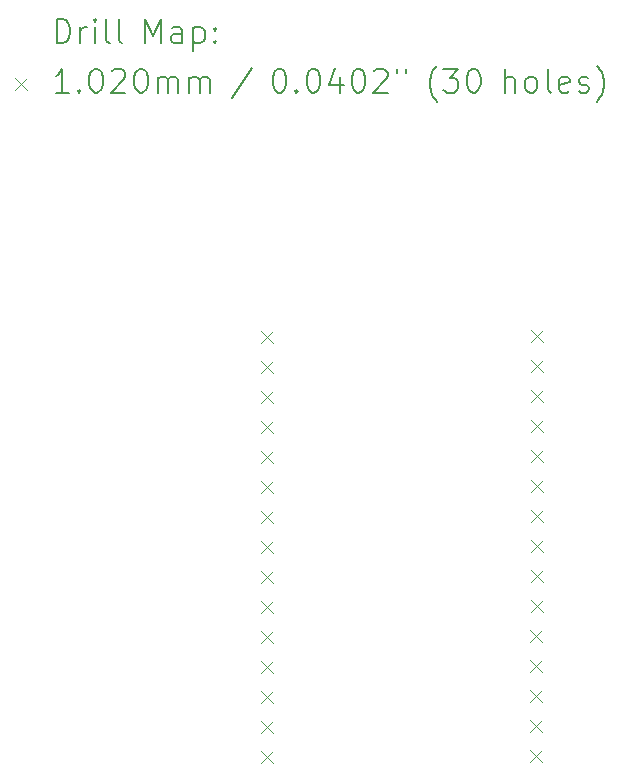
<source format=gbr>
%TF.GenerationSoftware,KiCad,Pcbnew,(7.0.0)*%
%TF.CreationDate,2023-02-19T19:08:33+01:00*%
%TF.ProjectId,Trial_ESP32,54726961-6c5f-4455-9350-33322e6b6963,rev?*%
%TF.SameCoordinates,Original*%
%TF.FileFunction,Drillmap*%
%TF.FilePolarity,Positive*%
%FSLAX45Y45*%
G04 Gerber Fmt 4.5, Leading zero omitted, Abs format (unit mm)*
G04 Created by KiCad (PCBNEW (7.0.0)) date 2023-02-19 19:08:33*
%MOMM*%
%LPD*%
G01*
G04 APERTURE LIST*
%ADD10C,0.200000*%
%ADD11C,0.102000*%
G04 APERTURE END LIST*
D10*
D11*
X1978300Y-5270300D02*
X2080300Y-5372300D01*
X2080300Y-5270300D02*
X1978300Y-5372300D01*
X1978300Y-5524300D02*
X2080300Y-5626300D01*
X2080300Y-5524300D02*
X1978300Y-5626300D01*
X1978300Y-5778300D02*
X2080300Y-5880300D01*
X2080300Y-5778300D02*
X1978300Y-5880300D01*
X1978300Y-6032300D02*
X2080300Y-6134300D01*
X2080300Y-6032300D02*
X1978300Y-6134300D01*
X1978300Y-6286300D02*
X2080300Y-6388300D01*
X2080300Y-6286300D02*
X1978300Y-6388300D01*
X1981400Y-2730700D02*
X2083400Y-2832700D01*
X2083400Y-2730700D02*
X1981400Y-2832700D01*
X1981400Y-2984700D02*
X2083400Y-3086700D01*
X2083400Y-2984700D02*
X1981400Y-3086700D01*
X1981400Y-3238700D02*
X2083400Y-3340700D01*
X2083400Y-3238700D02*
X1981400Y-3340700D01*
X1981400Y-3492700D02*
X2083400Y-3594700D01*
X2083400Y-3492700D02*
X1981400Y-3594700D01*
X1981400Y-3746700D02*
X2083400Y-3848700D01*
X2083400Y-3746700D02*
X1981400Y-3848700D01*
X1981400Y-4000700D02*
X2083400Y-4102700D01*
X2083400Y-4000700D02*
X1981400Y-4102700D01*
X1981400Y-4254700D02*
X2083400Y-4356700D01*
X2083400Y-4254700D02*
X1981400Y-4356700D01*
X1981400Y-4508700D02*
X2083400Y-4610700D01*
X2083400Y-4508700D02*
X1981400Y-4610700D01*
X1981400Y-4762700D02*
X2083400Y-4864700D01*
X2083400Y-4762700D02*
X1981400Y-4864700D01*
X1981400Y-5016700D02*
X2083400Y-5118700D01*
X2083400Y-5016700D02*
X1981400Y-5118700D01*
X4258900Y-5267600D02*
X4360900Y-5369600D01*
X4360900Y-5267600D02*
X4258900Y-5369600D01*
X4258900Y-5521600D02*
X4360900Y-5623600D01*
X4360900Y-5521600D02*
X4258900Y-5623600D01*
X4258900Y-5775600D02*
X4360900Y-5877600D01*
X4360900Y-5775600D02*
X4258900Y-5877600D01*
X4258900Y-6029600D02*
X4360900Y-6131600D01*
X4360900Y-6029600D02*
X4258900Y-6131600D01*
X4258900Y-6283600D02*
X4360900Y-6385600D01*
X4360900Y-6283600D02*
X4258900Y-6385600D01*
X4262000Y-2728000D02*
X4364000Y-2830000D01*
X4364000Y-2728000D02*
X4262000Y-2830000D01*
X4262000Y-2982000D02*
X4364000Y-3084000D01*
X4364000Y-2982000D02*
X4262000Y-3084000D01*
X4262000Y-3236000D02*
X4364000Y-3338000D01*
X4364000Y-3236000D02*
X4262000Y-3338000D01*
X4262000Y-3490000D02*
X4364000Y-3592000D01*
X4364000Y-3490000D02*
X4262000Y-3592000D01*
X4262000Y-3744000D02*
X4364000Y-3846000D01*
X4364000Y-3744000D02*
X4262000Y-3846000D01*
X4262000Y-3998000D02*
X4364000Y-4100000D01*
X4364000Y-3998000D02*
X4262000Y-4100000D01*
X4262000Y-4252000D02*
X4364000Y-4354000D01*
X4364000Y-4252000D02*
X4262000Y-4354000D01*
X4262000Y-4506000D02*
X4364000Y-4608000D01*
X4364000Y-4506000D02*
X4262000Y-4608000D01*
X4262000Y-4760000D02*
X4364000Y-4862000D01*
X4364000Y-4760000D02*
X4262000Y-4862000D01*
X4262000Y-5014000D02*
X4364000Y-5116000D01*
X4364000Y-5014000D02*
X4262000Y-5116000D01*
D10*
X247619Y-293476D02*
X247619Y-93476D01*
X247619Y-93476D02*
X295238Y-93476D01*
X295238Y-93476D02*
X323810Y-103000D01*
X323810Y-103000D02*
X342857Y-122048D01*
X342857Y-122048D02*
X352381Y-141095D01*
X352381Y-141095D02*
X361905Y-179190D01*
X361905Y-179190D02*
X361905Y-207762D01*
X361905Y-207762D02*
X352381Y-245857D01*
X352381Y-245857D02*
X342857Y-264905D01*
X342857Y-264905D02*
X323810Y-283952D01*
X323810Y-283952D02*
X295238Y-293476D01*
X295238Y-293476D02*
X247619Y-293476D01*
X447619Y-293476D02*
X447619Y-160143D01*
X447619Y-198238D02*
X457143Y-179190D01*
X457143Y-179190D02*
X466667Y-169667D01*
X466667Y-169667D02*
X485714Y-160143D01*
X485714Y-160143D02*
X504762Y-160143D01*
X571429Y-293476D02*
X571429Y-160143D01*
X571429Y-93476D02*
X561905Y-103000D01*
X561905Y-103000D02*
X571429Y-112524D01*
X571429Y-112524D02*
X580952Y-103000D01*
X580952Y-103000D02*
X571429Y-93476D01*
X571429Y-93476D02*
X571429Y-112524D01*
X695238Y-293476D02*
X676190Y-283952D01*
X676190Y-283952D02*
X666667Y-264905D01*
X666667Y-264905D02*
X666667Y-93476D01*
X800000Y-293476D02*
X780952Y-283952D01*
X780952Y-283952D02*
X771428Y-264905D01*
X771428Y-264905D02*
X771428Y-93476D01*
X996190Y-293476D02*
X996190Y-93476D01*
X996190Y-93476D02*
X1062857Y-236333D01*
X1062857Y-236333D02*
X1129524Y-93476D01*
X1129524Y-93476D02*
X1129524Y-293476D01*
X1310476Y-293476D02*
X1310476Y-188714D01*
X1310476Y-188714D02*
X1300952Y-169667D01*
X1300952Y-169667D02*
X1281905Y-160143D01*
X1281905Y-160143D02*
X1243809Y-160143D01*
X1243809Y-160143D02*
X1224762Y-169667D01*
X1310476Y-283952D02*
X1291429Y-293476D01*
X1291429Y-293476D02*
X1243809Y-293476D01*
X1243809Y-293476D02*
X1224762Y-283952D01*
X1224762Y-283952D02*
X1215238Y-264905D01*
X1215238Y-264905D02*
X1215238Y-245857D01*
X1215238Y-245857D02*
X1224762Y-226809D01*
X1224762Y-226809D02*
X1243809Y-217286D01*
X1243809Y-217286D02*
X1291429Y-217286D01*
X1291429Y-217286D02*
X1310476Y-207762D01*
X1405714Y-160143D02*
X1405714Y-360143D01*
X1405714Y-169667D02*
X1424762Y-160143D01*
X1424762Y-160143D02*
X1462857Y-160143D01*
X1462857Y-160143D02*
X1481905Y-169667D01*
X1481905Y-169667D02*
X1491428Y-179190D01*
X1491428Y-179190D02*
X1500952Y-198238D01*
X1500952Y-198238D02*
X1500952Y-255381D01*
X1500952Y-255381D02*
X1491428Y-274429D01*
X1491428Y-274429D02*
X1481905Y-283952D01*
X1481905Y-283952D02*
X1462857Y-293476D01*
X1462857Y-293476D02*
X1424762Y-293476D01*
X1424762Y-293476D02*
X1405714Y-283952D01*
X1586667Y-274429D02*
X1596190Y-283952D01*
X1596190Y-283952D02*
X1586667Y-293476D01*
X1586667Y-293476D02*
X1577143Y-283952D01*
X1577143Y-283952D02*
X1586667Y-274429D01*
X1586667Y-274429D02*
X1586667Y-293476D01*
X1586667Y-169667D02*
X1596190Y-179190D01*
X1596190Y-179190D02*
X1586667Y-188714D01*
X1586667Y-188714D02*
X1577143Y-179190D01*
X1577143Y-179190D02*
X1586667Y-169667D01*
X1586667Y-169667D02*
X1586667Y-188714D01*
D11*
X-102000Y-589000D02*
X0Y-691000D01*
X0Y-589000D02*
X-102000Y-691000D01*
D10*
X352381Y-713476D02*
X238095Y-713476D01*
X295238Y-713476D02*
X295238Y-513476D01*
X295238Y-513476D02*
X276190Y-542048D01*
X276190Y-542048D02*
X257143Y-561095D01*
X257143Y-561095D02*
X238095Y-570619D01*
X438095Y-694429D02*
X447619Y-703952D01*
X447619Y-703952D02*
X438095Y-713476D01*
X438095Y-713476D02*
X428571Y-703952D01*
X428571Y-703952D02*
X438095Y-694429D01*
X438095Y-694429D02*
X438095Y-713476D01*
X571429Y-513476D02*
X590476Y-513476D01*
X590476Y-513476D02*
X609524Y-523000D01*
X609524Y-523000D02*
X619048Y-532524D01*
X619048Y-532524D02*
X628571Y-551571D01*
X628571Y-551571D02*
X638095Y-589667D01*
X638095Y-589667D02*
X638095Y-637286D01*
X638095Y-637286D02*
X628571Y-675381D01*
X628571Y-675381D02*
X619048Y-694429D01*
X619048Y-694429D02*
X609524Y-703952D01*
X609524Y-703952D02*
X590476Y-713476D01*
X590476Y-713476D02*
X571429Y-713476D01*
X571429Y-713476D02*
X552381Y-703952D01*
X552381Y-703952D02*
X542857Y-694429D01*
X542857Y-694429D02*
X533333Y-675381D01*
X533333Y-675381D02*
X523809Y-637286D01*
X523809Y-637286D02*
X523809Y-589667D01*
X523809Y-589667D02*
X533333Y-551571D01*
X533333Y-551571D02*
X542857Y-532524D01*
X542857Y-532524D02*
X552381Y-523000D01*
X552381Y-523000D02*
X571429Y-513476D01*
X714286Y-532524D02*
X723809Y-523000D01*
X723809Y-523000D02*
X742857Y-513476D01*
X742857Y-513476D02*
X790476Y-513476D01*
X790476Y-513476D02*
X809524Y-523000D01*
X809524Y-523000D02*
X819048Y-532524D01*
X819048Y-532524D02*
X828571Y-551571D01*
X828571Y-551571D02*
X828571Y-570619D01*
X828571Y-570619D02*
X819048Y-599190D01*
X819048Y-599190D02*
X704762Y-713476D01*
X704762Y-713476D02*
X828571Y-713476D01*
X952381Y-513476D02*
X971429Y-513476D01*
X971429Y-513476D02*
X990476Y-523000D01*
X990476Y-523000D02*
X1000000Y-532524D01*
X1000000Y-532524D02*
X1009524Y-551571D01*
X1009524Y-551571D02*
X1019048Y-589667D01*
X1019048Y-589667D02*
X1019048Y-637286D01*
X1019048Y-637286D02*
X1009524Y-675381D01*
X1009524Y-675381D02*
X1000000Y-694429D01*
X1000000Y-694429D02*
X990476Y-703952D01*
X990476Y-703952D02*
X971429Y-713476D01*
X971429Y-713476D02*
X952381Y-713476D01*
X952381Y-713476D02*
X933333Y-703952D01*
X933333Y-703952D02*
X923809Y-694429D01*
X923809Y-694429D02*
X914286Y-675381D01*
X914286Y-675381D02*
X904762Y-637286D01*
X904762Y-637286D02*
X904762Y-589667D01*
X904762Y-589667D02*
X914286Y-551571D01*
X914286Y-551571D02*
X923809Y-532524D01*
X923809Y-532524D02*
X933333Y-523000D01*
X933333Y-523000D02*
X952381Y-513476D01*
X1104762Y-713476D02*
X1104762Y-580143D01*
X1104762Y-599190D02*
X1114286Y-589667D01*
X1114286Y-589667D02*
X1133333Y-580143D01*
X1133333Y-580143D02*
X1161905Y-580143D01*
X1161905Y-580143D02*
X1180952Y-589667D01*
X1180952Y-589667D02*
X1190476Y-608714D01*
X1190476Y-608714D02*
X1190476Y-713476D01*
X1190476Y-608714D02*
X1200000Y-589667D01*
X1200000Y-589667D02*
X1219048Y-580143D01*
X1219048Y-580143D02*
X1247619Y-580143D01*
X1247619Y-580143D02*
X1266667Y-589667D01*
X1266667Y-589667D02*
X1276191Y-608714D01*
X1276191Y-608714D02*
X1276191Y-713476D01*
X1371429Y-713476D02*
X1371429Y-580143D01*
X1371429Y-599190D02*
X1380952Y-589667D01*
X1380952Y-589667D02*
X1400000Y-580143D01*
X1400000Y-580143D02*
X1428571Y-580143D01*
X1428571Y-580143D02*
X1447619Y-589667D01*
X1447619Y-589667D02*
X1457143Y-608714D01*
X1457143Y-608714D02*
X1457143Y-713476D01*
X1457143Y-608714D02*
X1466667Y-589667D01*
X1466667Y-589667D02*
X1485714Y-580143D01*
X1485714Y-580143D02*
X1514286Y-580143D01*
X1514286Y-580143D02*
X1533333Y-589667D01*
X1533333Y-589667D02*
X1542857Y-608714D01*
X1542857Y-608714D02*
X1542857Y-713476D01*
X1900952Y-503952D02*
X1729524Y-761095D01*
X2125714Y-513476D02*
X2144762Y-513476D01*
X2144762Y-513476D02*
X2163810Y-523000D01*
X2163810Y-523000D02*
X2173333Y-532524D01*
X2173333Y-532524D02*
X2182857Y-551571D01*
X2182857Y-551571D02*
X2192381Y-589667D01*
X2192381Y-589667D02*
X2192381Y-637286D01*
X2192381Y-637286D02*
X2182857Y-675381D01*
X2182857Y-675381D02*
X2173333Y-694429D01*
X2173333Y-694429D02*
X2163810Y-703952D01*
X2163810Y-703952D02*
X2144762Y-713476D01*
X2144762Y-713476D02*
X2125714Y-713476D01*
X2125714Y-713476D02*
X2106667Y-703952D01*
X2106667Y-703952D02*
X2097143Y-694429D01*
X2097143Y-694429D02*
X2087619Y-675381D01*
X2087619Y-675381D02*
X2078095Y-637286D01*
X2078095Y-637286D02*
X2078095Y-589667D01*
X2078095Y-589667D02*
X2087619Y-551571D01*
X2087619Y-551571D02*
X2097143Y-532524D01*
X2097143Y-532524D02*
X2106667Y-523000D01*
X2106667Y-523000D02*
X2125714Y-513476D01*
X2278095Y-694429D02*
X2287619Y-703952D01*
X2287619Y-703952D02*
X2278095Y-713476D01*
X2278095Y-713476D02*
X2268572Y-703952D01*
X2268572Y-703952D02*
X2278095Y-694429D01*
X2278095Y-694429D02*
X2278095Y-713476D01*
X2411429Y-513476D02*
X2430476Y-513476D01*
X2430476Y-513476D02*
X2449524Y-523000D01*
X2449524Y-523000D02*
X2459048Y-532524D01*
X2459048Y-532524D02*
X2468572Y-551571D01*
X2468572Y-551571D02*
X2478095Y-589667D01*
X2478095Y-589667D02*
X2478095Y-637286D01*
X2478095Y-637286D02*
X2468572Y-675381D01*
X2468572Y-675381D02*
X2459048Y-694429D01*
X2459048Y-694429D02*
X2449524Y-703952D01*
X2449524Y-703952D02*
X2430476Y-713476D01*
X2430476Y-713476D02*
X2411429Y-713476D01*
X2411429Y-713476D02*
X2392381Y-703952D01*
X2392381Y-703952D02*
X2382857Y-694429D01*
X2382857Y-694429D02*
X2373333Y-675381D01*
X2373333Y-675381D02*
X2363810Y-637286D01*
X2363810Y-637286D02*
X2363810Y-589667D01*
X2363810Y-589667D02*
X2373333Y-551571D01*
X2373333Y-551571D02*
X2382857Y-532524D01*
X2382857Y-532524D02*
X2392381Y-523000D01*
X2392381Y-523000D02*
X2411429Y-513476D01*
X2649524Y-580143D02*
X2649524Y-713476D01*
X2601905Y-503952D02*
X2554286Y-646810D01*
X2554286Y-646810D02*
X2678095Y-646810D01*
X2792381Y-513476D02*
X2811429Y-513476D01*
X2811429Y-513476D02*
X2830476Y-523000D01*
X2830476Y-523000D02*
X2840000Y-532524D01*
X2840000Y-532524D02*
X2849524Y-551571D01*
X2849524Y-551571D02*
X2859048Y-589667D01*
X2859048Y-589667D02*
X2859048Y-637286D01*
X2859048Y-637286D02*
X2849524Y-675381D01*
X2849524Y-675381D02*
X2840000Y-694429D01*
X2840000Y-694429D02*
X2830476Y-703952D01*
X2830476Y-703952D02*
X2811429Y-713476D01*
X2811429Y-713476D02*
X2792381Y-713476D01*
X2792381Y-713476D02*
X2773333Y-703952D01*
X2773333Y-703952D02*
X2763810Y-694429D01*
X2763810Y-694429D02*
X2754286Y-675381D01*
X2754286Y-675381D02*
X2744762Y-637286D01*
X2744762Y-637286D02*
X2744762Y-589667D01*
X2744762Y-589667D02*
X2754286Y-551571D01*
X2754286Y-551571D02*
X2763810Y-532524D01*
X2763810Y-532524D02*
X2773333Y-523000D01*
X2773333Y-523000D02*
X2792381Y-513476D01*
X2935238Y-532524D02*
X2944762Y-523000D01*
X2944762Y-523000D02*
X2963810Y-513476D01*
X2963810Y-513476D02*
X3011429Y-513476D01*
X3011429Y-513476D02*
X3030476Y-523000D01*
X3030476Y-523000D02*
X3040000Y-532524D01*
X3040000Y-532524D02*
X3049524Y-551571D01*
X3049524Y-551571D02*
X3049524Y-570619D01*
X3049524Y-570619D02*
X3040000Y-599190D01*
X3040000Y-599190D02*
X2925714Y-713476D01*
X2925714Y-713476D02*
X3049524Y-713476D01*
X3125714Y-513476D02*
X3125714Y-551571D01*
X3201905Y-513476D02*
X3201905Y-551571D01*
X3464762Y-789667D02*
X3455238Y-780143D01*
X3455238Y-780143D02*
X3436191Y-751571D01*
X3436191Y-751571D02*
X3426667Y-732524D01*
X3426667Y-732524D02*
X3417143Y-703952D01*
X3417143Y-703952D02*
X3407619Y-656333D01*
X3407619Y-656333D02*
X3407619Y-618238D01*
X3407619Y-618238D02*
X3417143Y-570619D01*
X3417143Y-570619D02*
X3426667Y-542048D01*
X3426667Y-542048D02*
X3436191Y-523000D01*
X3436191Y-523000D02*
X3455238Y-494428D01*
X3455238Y-494428D02*
X3464762Y-484905D01*
X3521905Y-513476D02*
X3645714Y-513476D01*
X3645714Y-513476D02*
X3579048Y-589667D01*
X3579048Y-589667D02*
X3607619Y-589667D01*
X3607619Y-589667D02*
X3626667Y-599190D01*
X3626667Y-599190D02*
X3636191Y-608714D01*
X3636191Y-608714D02*
X3645714Y-627762D01*
X3645714Y-627762D02*
X3645714Y-675381D01*
X3645714Y-675381D02*
X3636191Y-694429D01*
X3636191Y-694429D02*
X3626667Y-703952D01*
X3626667Y-703952D02*
X3607619Y-713476D01*
X3607619Y-713476D02*
X3550476Y-713476D01*
X3550476Y-713476D02*
X3531429Y-703952D01*
X3531429Y-703952D02*
X3521905Y-694429D01*
X3769524Y-513476D02*
X3788572Y-513476D01*
X3788572Y-513476D02*
X3807619Y-523000D01*
X3807619Y-523000D02*
X3817143Y-532524D01*
X3817143Y-532524D02*
X3826667Y-551571D01*
X3826667Y-551571D02*
X3836191Y-589667D01*
X3836191Y-589667D02*
X3836191Y-637286D01*
X3836191Y-637286D02*
X3826667Y-675381D01*
X3826667Y-675381D02*
X3817143Y-694429D01*
X3817143Y-694429D02*
X3807619Y-703952D01*
X3807619Y-703952D02*
X3788572Y-713476D01*
X3788572Y-713476D02*
X3769524Y-713476D01*
X3769524Y-713476D02*
X3750476Y-703952D01*
X3750476Y-703952D02*
X3740952Y-694429D01*
X3740952Y-694429D02*
X3731429Y-675381D01*
X3731429Y-675381D02*
X3721905Y-637286D01*
X3721905Y-637286D02*
X3721905Y-589667D01*
X3721905Y-589667D02*
X3731429Y-551571D01*
X3731429Y-551571D02*
X3740952Y-532524D01*
X3740952Y-532524D02*
X3750476Y-523000D01*
X3750476Y-523000D02*
X3769524Y-513476D01*
X4041905Y-713476D02*
X4041905Y-513476D01*
X4127619Y-713476D02*
X4127619Y-608714D01*
X4127619Y-608714D02*
X4118095Y-589667D01*
X4118095Y-589667D02*
X4099048Y-580143D01*
X4099048Y-580143D02*
X4070476Y-580143D01*
X4070476Y-580143D02*
X4051429Y-589667D01*
X4051429Y-589667D02*
X4041905Y-599190D01*
X4251429Y-713476D02*
X4232381Y-703952D01*
X4232381Y-703952D02*
X4222857Y-694429D01*
X4222857Y-694429D02*
X4213334Y-675381D01*
X4213334Y-675381D02*
X4213334Y-618238D01*
X4213334Y-618238D02*
X4222857Y-599190D01*
X4222857Y-599190D02*
X4232381Y-589667D01*
X4232381Y-589667D02*
X4251429Y-580143D01*
X4251429Y-580143D02*
X4280000Y-580143D01*
X4280000Y-580143D02*
X4299048Y-589667D01*
X4299048Y-589667D02*
X4308572Y-599190D01*
X4308572Y-599190D02*
X4318095Y-618238D01*
X4318095Y-618238D02*
X4318095Y-675381D01*
X4318095Y-675381D02*
X4308572Y-694429D01*
X4308572Y-694429D02*
X4299048Y-703952D01*
X4299048Y-703952D02*
X4280000Y-713476D01*
X4280000Y-713476D02*
X4251429Y-713476D01*
X4432381Y-713476D02*
X4413334Y-703952D01*
X4413334Y-703952D02*
X4403810Y-684905D01*
X4403810Y-684905D02*
X4403810Y-513476D01*
X4584762Y-703952D02*
X4565715Y-713476D01*
X4565715Y-713476D02*
X4527619Y-713476D01*
X4527619Y-713476D02*
X4508572Y-703952D01*
X4508572Y-703952D02*
X4499048Y-684905D01*
X4499048Y-684905D02*
X4499048Y-608714D01*
X4499048Y-608714D02*
X4508572Y-589667D01*
X4508572Y-589667D02*
X4527619Y-580143D01*
X4527619Y-580143D02*
X4565715Y-580143D01*
X4565715Y-580143D02*
X4584762Y-589667D01*
X4584762Y-589667D02*
X4594286Y-608714D01*
X4594286Y-608714D02*
X4594286Y-627762D01*
X4594286Y-627762D02*
X4499048Y-646810D01*
X4670476Y-703952D02*
X4689524Y-713476D01*
X4689524Y-713476D02*
X4727619Y-713476D01*
X4727619Y-713476D02*
X4746667Y-703952D01*
X4746667Y-703952D02*
X4756191Y-684905D01*
X4756191Y-684905D02*
X4756191Y-675381D01*
X4756191Y-675381D02*
X4746667Y-656333D01*
X4746667Y-656333D02*
X4727619Y-646810D01*
X4727619Y-646810D02*
X4699048Y-646810D01*
X4699048Y-646810D02*
X4680000Y-637286D01*
X4680000Y-637286D02*
X4670476Y-618238D01*
X4670476Y-618238D02*
X4670476Y-608714D01*
X4670476Y-608714D02*
X4680000Y-589667D01*
X4680000Y-589667D02*
X4699048Y-580143D01*
X4699048Y-580143D02*
X4727619Y-580143D01*
X4727619Y-580143D02*
X4746667Y-589667D01*
X4822857Y-789667D02*
X4832381Y-780143D01*
X4832381Y-780143D02*
X4851429Y-751571D01*
X4851429Y-751571D02*
X4860953Y-732524D01*
X4860953Y-732524D02*
X4870476Y-703952D01*
X4870476Y-703952D02*
X4880000Y-656333D01*
X4880000Y-656333D02*
X4880000Y-618238D01*
X4880000Y-618238D02*
X4870476Y-570619D01*
X4870476Y-570619D02*
X4860953Y-542048D01*
X4860953Y-542048D02*
X4851429Y-523000D01*
X4851429Y-523000D02*
X4832381Y-494428D01*
X4832381Y-494428D02*
X4822857Y-484905D01*
M02*

</source>
